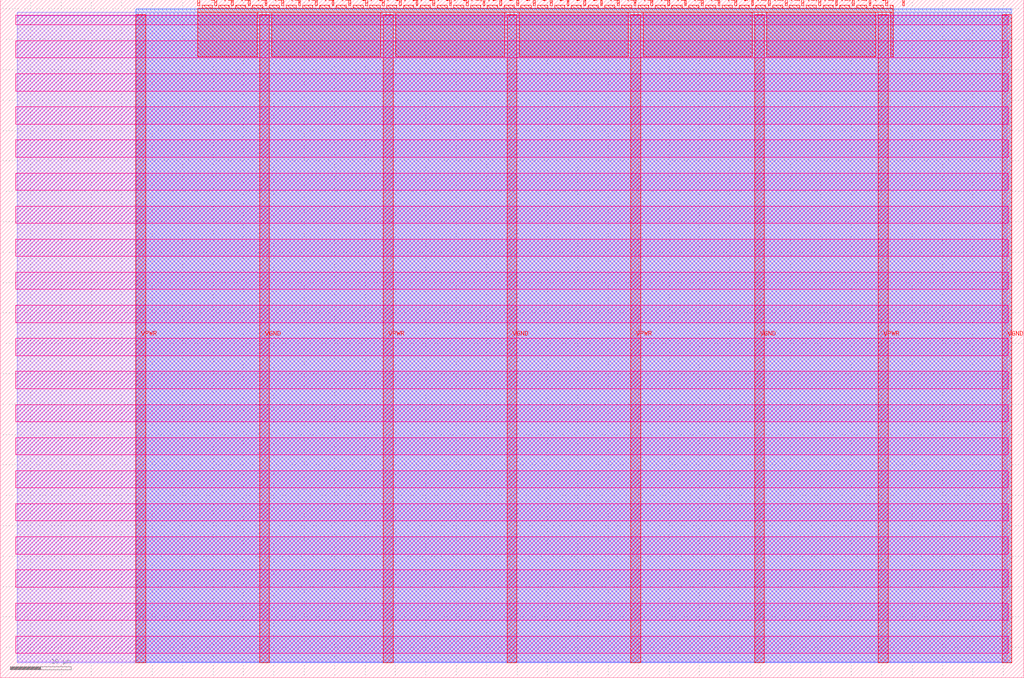
<source format=lef>
VERSION 5.7 ;
  NOWIREEXTENSIONATPIN ON ;
  DIVIDERCHAR "/" ;
  BUSBITCHARS "[]" ;
MACRO tt_um_wta_dup
  CLASS BLOCK ;
  FOREIGN tt_um_wta_dup ;
  ORIGIN 0.000 0.000 ;
  SIZE 168.360 BY 111.520 ;
  PIN VGND
    DIRECTION INOUT ;
    USE GROUND ;
    PORT
      LAYER met4 ;
        RECT 42.670 2.480 44.270 109.040 ;
    END
    PORT
      LAYER met4 ;
        RECT 83.380 2.480 84.980 109.040 ;
    END
    PORT
      LAYER met4 ;
        RECT 124.090 2.480 125.690 109.040 ;
    END
    PORT
      LAYER met4 ;
        RECT 164.800 2.480 166.400 109.040 ;
    END
  END VGND
  PIN VPWR
    DIRECTION INOUT ;
    USE POWER ;
    PORT
      LAYER met4 ;
        RECT 22.315 2.480 23.915 109.040 ;
    END
    PORT
      LAYER met4 ;
        RECT 63.025 2.480 64.625 109.040 ;
    END
    PORT
      LAYER met4 ;
        RECT 103.735 2.480 105.335 109.040 ;
    END
    PORT
      LAYER met4 ;
        RECT 144.445 2.480 146.045 109.040 ;
    END
  END VPWR
  PIN clk
    DIRECTION INPUT ;
    USE SIGNAL ;
    ANTENNAGATEAREA 0.852000 ;
    PORT
      LAYER met4 ;
        RECT 145.670 110.520 145.970 111.520 ;
    END
  END clk
  PIN ena
    DIRECTION INPUT ;
    USE SIGNAL ;
    PORT
      LAYER met4 ;
        RECT 148.430 110.520 148.730 111.520 ;
    END
  END ena
  PIN rst_n
    DIRECTION INPUT ;
    USE SIGNAL ;
    ANTENNAGATEAREA 0.213000 ;
    PORT
      LAYER met4 ;
        RECT 142.910 110.520 143.210 111.520 ;
    END
  END rst_n
  PIN ui_in[0]
    DIRECTION INPUT ;
    USE SIGNAL ;
    ANTENNAGATEAREA 0.196500 ;
    PORT
      LAYER met4 ;
        RECT 140.150 110.520 140.450 111.520 ;
    END
  END ui_in[0]
  PIN ui_in[1]
    DIRECTION INPUT ;
    USE SIGNAL ;
    ANTENNAGATEAREA 0.196500 ;
    PORT
      LAYER met4 ;
        RECT 137.390 110.520 137.690 111.520 ;
    END
  END ui_in[1]
  PIN ui_in[2]
    DIRECTION INPUT ;
    USE SIGNAL ;
    ANTENNAGATEAREA 0.196500 ;
    PORT
      LAYER met4 ;
        RECT 134.630 110.520 134.930 111.520 ;
    END
  END ui_in[2]
  PIN ui_in[3]
    DIRECTION INPUT ;
    USE SIGNAL ;
    ANTENNAGATEAREA 0.196500 ;
    PORT
      LAYER met4 ;
        RECT 131.870 110.520 132.170 111.520 ;
    END
  END ui_in[3]
  PIN ui_in[4]
    DIRECTION INPUT ;
    USE SIGNAL ;
    ANTENNAGATEAREA 0.196500 ;
    PORT
      LAYER met4 ;
        RECT 129.110 110.520 129.410 111.520 ;
    END
  END ui_in[4]
  PIN ui_in[5]
    DIRECTION INPUT ;
    USE SIGNAL ;
    ANTENNAGATEAREA 0.196500 ;
    PORT
      LAYER met4 ;
        RECT 126.350 110.520 126.650 111.520 ;
    END
  END ui_in[5]
  PIN ui_in[6]
    DIRECTION INPUT ;
    USE SIGNAL ;
    ANTENNAGATEAREA 0.196500 ;
    PORT
      LAYER met4 ;
        RECT 123.590 110.520 123.890 111.520 ;
    END
  END ui_in[6]
  PIN ui_in[7]
    DIRECTION INPUT ;
    USE SIGNAL ;
    ANTENNAGATEAREA 0.196500 ;
    PORT
      LAYER met4 ;
        RECT 120.830 110.520 121.130 111.520 ;
    END
  END ui_in[7]
  PIN uio_in[0]
    DIRECTION INPUT ;
    USE SIGNAL ;
    PORT
      LAYER met4 ;
        RECT 118.070 110.520 118.370 111.520 ;
    END
  END uio_in[0]
  PIN uio_in[1]
    DIRECTION INPUT ;
    USE SIGNAL ;
    PORT
      LAYER met4 ;
        RECT 115.310 110.520 115.610 111.520 ;
    END
  END uio_in[1]
  PIN uio_in[2]
    DIRECTION INPUT ;
    USE SIGNAL ;
    PORT
      LAYER met4 ;
        RECT 112.550 110.520 112.850 111.520 ;
    END
  END uio_in[2]
  PIN uio_in[3]
    DIRECTION INPUT ;
    USE SIGNAL ;
    PORT
      LAYER met4 ;
        RECT 109.790 110.520 110.090 111.520 ;
    END
  END uio_in[3]
  PIN uio_in[4]
    DIRECTION INPUT ;
    USE SIGNAL ;
    PORT
      LAYER met4 ;
        RECT 107.030 110.520 107.330 111.520 ;
    END
  END uio_in[4]
  PIN uio_in[5]
    DIRECTION INPUT ;
    USE SIGNAL ;
    PORT
      LAYER met4 ;
        RECT 104.270 110.520 104.570 111.520 ;
    END
  END uio_in[5]
  PIN uio_in[6]
    DIRECTION INPUT ;
    USE SIGNAL ;
    PORT
      LAYER met4 ;
        RECT 101.510 110.520 101.810 111.520 ;
    END
  END uio_in[6]
  PIN uio_in[7]
    DIRECTION INPUT ;
    USE SIGNAL ;
    PORT
      LAYER met4 ;
        RECT 98.750 110.520 99.050 111.520 ;
    END
  END uio_in[7]
  PIN uio_oe[0]
    DIRECTION OUTPUT TRISTATE ;
    USE SIGNAL ;
    PORT
      LAYER met4 ;
        RECT 51.830 110.520 52.130 111.520 ;
    END
  END uio_oe[0]
  PIN uio_oe[1]
    DIRECTION OUTPUT TRISTATE ;
    USE SIGNAL ;
    PORT
      LAYER met4 ;
        RECT 49.070 110.520 49.370 111.520 ;
    END
  END uio_oe[1]
  PIN uio_oe[2]
    DIRECTION OUTPUT TRISTATE ;
    USE SIGNAL ;
    PORT
      LAYER met4 ;
        RECT 46.310 110.520 46.610 111.520 ;
    END
  END uio_oe[2]
  PIN uio_oe[3]
    DIRECTION OUTPUT TRISTATE ;
    USE SIGNAL ;
    PORT
      LAYER met4 ;
        RECT 43.550 110.520 43.850 111.520 ;
    END
  END uio_oe[3]
  PIN uio_oe[4]
    DIRECTION OUTPUT TRISTATE ;
    USE SIGNAL ;
    PORT
      LAYER met4 ;
        RECT 40.790 110.520 41.090 111.520 ;
    END
  END uio_oe[4]
  PIN uio_oe[5]
    DIRECTION OUTPUT TRISTATE ;
    USE SIGNAL ;
    PORT
      LAYER met4 ;
        RECT 38.030 110.520 38.330 111.520 ;
    END
  END uio_oe[5]
  PIN uio_oe[6]
    DIRECTION OUTPUT TRISTATE ;
    USE SIGNAL ;
    PORT
      LAYER met4 ;
        RECT 35.270 110.520 35.570 111.520 ;
    END
  END uio_oe[6]
  PIN uio_oe[7]
    DIRECTION OUTPUT TRISTATE ;
    USE SIGNAL ;
    PORT
      LAYER met4 ;
        RECT 32.510 110.520 32.810 111.520 ;
    END
  END uio_oe[7]
  PIN uio_out[0]
    DIRECTION OUTPUT TRISTATE ;
    USE SIGNAL ;
    PORT
      LAYER met4 ;
        RECT 73.910 110.520 74.210 111.520 ;
    END
  END uio_out[0]
  PIN uio_out[1]
    DIRECTION OUTPUT TRISTATE ;
    USE SIGNAL ;
    PORT
      LAYER met4 ;
        RECT 71.150 110.520 71.450 111.520 ;
    END
  END uio_out[1]
  PIN uio_out[2]
    DIRECTION OUTPUT TRISTATE ;
    USE SIGNAL ;
    PORT
      LAYER met4 ;
        RECT 68.390 110.520 68.690 111.520 ;
    END
  END uio_out[2]
  PIN uio_out[3]
    DIRECTION OUTPUT TRISTATE ;
    USE SIGNAL ;
    PORT
      LAYER met4 ;
        RECT 65.630 110.520 65.930 111.520 ;
    END
  END uio_out[3]
  PIN uio_out[4]
    DIRECTION OUTPUT TRISTATE ;
    USE SIGNAL ;
    PORT
      LAYER met4 ;
        RECT 62.870 110.520 63.170 111.520 ;
    END
  END uio_out[4]
  PIN uio_out[5]
    DIRECTION OUTPUT TRISTATE ;
    USE SIGNAL ;
    PORT
      LAYER met4 ;
        RECT 60.110 110.520 60.410 111.520 ;
    END
  END uio_out[5]
  PIN uio_out[6]
    DIRECTION OUTPUT TRISTATE ;
    USE SIGNAL ;
    PORT
      LAYER met4 ;
        RECT 57.350 110.520 57.650 111.520 ;
    END
  END uio_out[6]
  PIN uio_out[7]
    DIRECTION OUTPUT TRISTATE ;
    USE SIGNAL ;
    PORT
      LAYER met4 ;
        RECT 54.590 110.520 54.890 111.520 ;
    END
  END uio_out[7]
  PIN uo_out[0]
    DIRECTION OUTPUT TRISTATE ;
    USE SIGNAL ;
    ANTENNADIFFAREA 0.445500 ;
    PORT
      LAYER met4 ;
        RECT 95.990 110.520 96.290 111.520 ;
    END
  END uo_out[0]
  PIN uo_out[1]
    DIRECTION OUTPUT TRISTATE ;
    USE SIGNAL ;
    ANTENNADIFFAREA 0.445500 ;
    PORT
      LAYER met4 ;
        RECT 93.230 110.520 93.530 111.520 ;
    END
  END uo_out[1]
  PIN uo_out[2]
    DIRECTION OUTPUT TRISTATE ;
    USE SIGNAL ;
    ANTENNADIFFAREA 0.445500 ;
    PORT
      LAYER met4 ;
        RECT 90.470 110.520 90.770 111.520 ;
    END
  END uo_out[2]
  PIN uo_out[3]
    DIRECTION OUTPUT TRISTATE ;
    USE SIGNAL ;
    ANTENNADIFFAREA 0.445500 ;
    PORT
      LAYER met4 ;
        RECT 87.710 110.520 88.010 111.520 ;
    END
  END uo_out[3]
  PIN uo_out[4]
    DIRECTION OUTPUT TRISTATE ;
    USE SIGNAL ;
    ANTENNADIFFAREA 0.445500 ;
    PORT
      LAYER met4 ;
        RECT 84.950 110.520 85.250 111.520 ;
    END
  END uo_out[4]
  PIN uo_out[5]
    DIRECTION OUTPUT TRISTATE ;
    USE SIGNAL ;
    ANTENNADIFFAREA 0.445500 ;
    PORT
      LAYER met4 ;
        RECT 82.190 110.520 82.490 111.520 ;
    END
  END uo_out[5]
  PIN uo_out[6]
    DIRECTION OUTPUT TRISTATE ;
    USE SIGNAL ;
    ANTENNADIFFAREA 0.445500 ;
    PORT
      LAYER met4 ;
        RECT 79.430 110.520 79.730 111.520 ;
    END
  END uo_out[6]
  PIN uo_out[7]
    DIRECTION OUTPUT TRISTATE ;
    USE SIGNAL ;
    ANTENNADIFFAREA 0.445500 ;
    PORT
      LAYER met4 ;
        RECT 76.670 110.520 76.970 111.520 ;
    END
  END uo_out[7]
  OBS
      LAYER nwell ;
        RECT 2.570 107.385 165.790 108.990 ;
        RECT 2.570 101.945 165.790 104.775 ;
        RECT 2.570 96.505 165.790 99.335 ;
        RECT 2.570 91.065 165.790 93.895 ;
        RECT 2.570 85.625 165.790 88.455 ;
        RECT 2.570 80.185 165.790 83.015 ;
        RECT 2.570 74.745 165.790 77.575 ;
        RECT 2.570 69.305 165.790 72.135 ;
        RECT 2.570 63.865 165.790 66.695 ;
        RECT 2.570 58.425 165.790 61.255 ;
        RECT 2.570 52.985 165.790 55.815 ;
        RECT 2.570 47.545 165.790 50.375 ;
        RECT 2.570 42.105 165.790 44.935 ;
        RECT 2.570 36.665 165.790 39.495 ;
        RECT 2.570 31.225 165.790 34.055 ;
        RECT 2.570 25.785 165.790 28.615 ;
        RECT 2.570 20.345 165.790 23.175 ;
        RECT 2.570 14.905 165.790 17.735 ;
        RECT 2.570 9.465 165.790 12.295 ;
        RECT 2.570 4.025 165.790 6.855 ;
      LAYER li1 ;
        RECT 2.760 2.635 165.600 108.885 ;
      LAYER met1 ;
        RECT 2.760 2.480 166.400 109.440 ;
      LAYER met2 ;
        RECT 22.345 2.535 166.370 110.005 ;
      LAYER met3 ;
        RECT 22.325 2.555 166.390 109.985 ;
      LAYER met4 ;
        RECT 33.210 110.120 34.870 110.650 ;
        RECT 35.970 110.120 37.630 110.650 ;
        RECT 38.730 110.120 40.390 110.650 ;
        RECT 41.490 110.120 43.150 110.650 ;
        RECT 44.250 110.120 45.910 110.650 ;
        RECT 47.010 110.120 48.670 110.650 ;
        RECT 49.770 110.120 51.430 110.650 ;
        RECT 52.530 110.120 54.190 110.650 ;
        RECT 55.290 110.120 56.950 110.650 ;
        RECT 58.050 110.120 59.710 110.650 ;
        RECT 60.810 110.120 62.470 110.650 ;
        RECT 63.570 110.120 65.230 110.650 ;
        RECT 66.330 110.120 67.990 110.650 ;
        RECT 69.090 110.120 70.750 110.650 ;
        RECT 71.850 110.120 73.510 110.650 ;
        RECT 74.610 110.120 76.270 110.650 ;
        RECT 77.370 110.120 79.030 110.650 ;
        RECT 80.130 110.120 81.790 110.650 ;
        RECT 82.890 110.120 84.550 110.650 ;
        RECT 85.650 110.120 87.310 110.650 ;
        RECT 88.410 110.120 90.070 110.650 ;
        RECT 91.170 110.120 92.830 110.650 ;
        RECT 93.930 110.120 95.590 110.650 ;
        RECT 96.690 110.120 98.350 110.650 ;
        RECT 99.450 110.120 101.110 110.650 ;
        RECT 102.210 110.120 103.870 110.650 ;
        RECT 104.970 110.120 106.630 110.650 ;
        RECT 107.730 110.120 109.390 110.650 ;
        RECT 110.490 110.120 112.150 110.650 ;
        RECT 113.250 110.120 114.910 110.650 ;
        RECT 116.010 110.120 117.670 110.650 ;
        RECT 118.770 110.120 120.430 110.650 ;
        RECT 121.530 110.120 123.190 110.650 ;
        RECT 124.290 110.120 125.950 110.650 ;
        RECT 127.050 110.120 128.710 110.650 ;
        RECT 129.810 110.120 131.470 110.650 ;
        RECT 132.570 110.120 134.230 110.650 ;
        RECT 135.330 110.120 136.990 110.650 ;
        RECT 138.090 110.120 139.750 110.650 ;
        RECT 140.850 110.120 142.510 110.650 ;
        RECT 143.610 110.120 145.270 110.650 ;
        RECT 146.370 110.120 146.905 110.650 ;
        RECT 32.495 109.440 146.905 110.120 ;
        RECT 32.495 102.175 42.270 109.440 ;
        RECT 44.670 102.175 62.625 109.440 ;
        RECT 65.025 102.175 82.980 109.440 ;
        RECT 85.380 102.175 103.335 109.440 ;
        RECT 105.735 102.175 123.690 109.440 ;
        RECT 126.090 102.175 144.045 109.440 ;
        RECT 146.445 102.175 146.905 109.440 ;
  END
END tt_um_wta_dup
END LIBRARY


</source>
